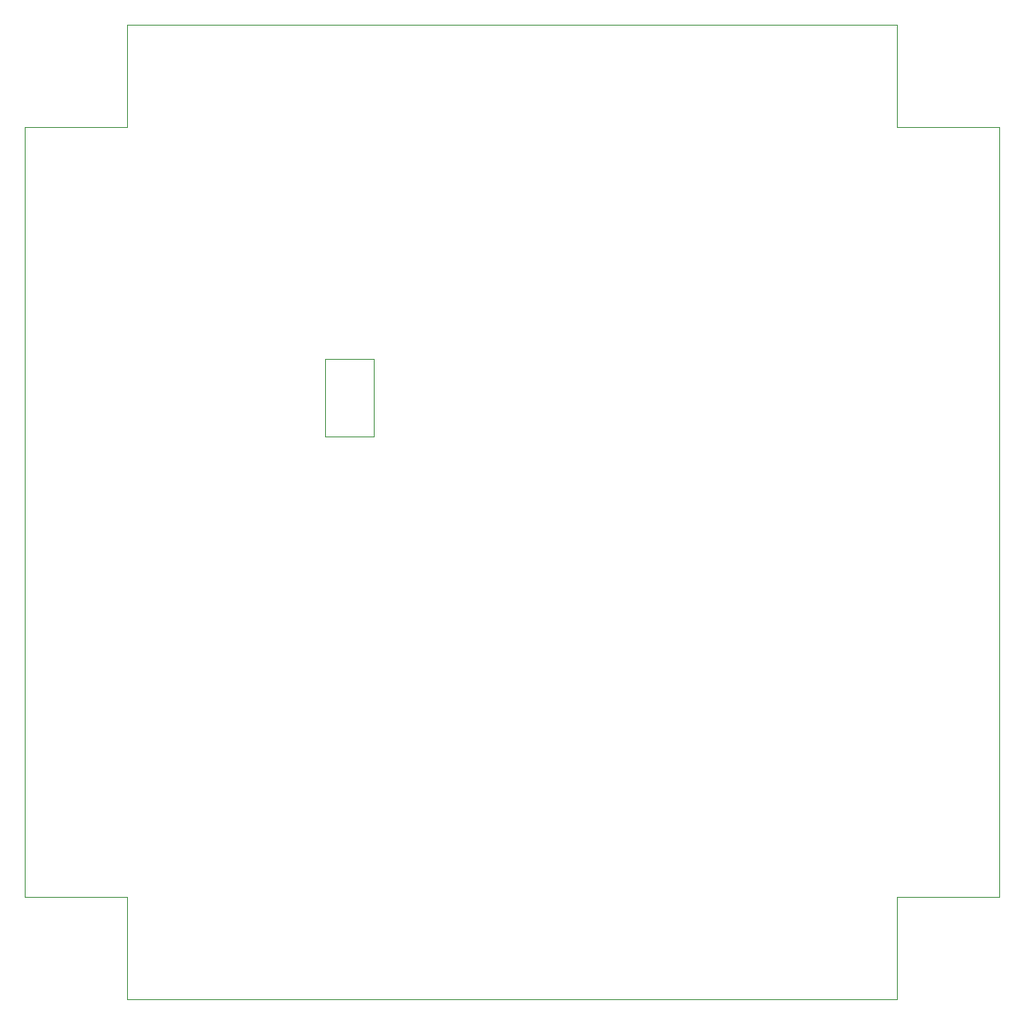
<source format=gbr>
%TF.GenerationSoftware,KiCad,Pcbnew,(5.1.10)-1*%
%TF.CreationDate,2022-05-09T17:44:24-07:00*%
%TF.ProjectId,solar-panel-side-Z,736f6c61-722d-4706-916e-656c2d736964,1.0*%
%TF.SameCoordinates,Original*%
%TF.FileFunction,Profile,NP*%
%FSLAX46Y46*%
G04 Gerber Fmt 4.6, Leading zero omitted, Abs format (unit mm)*
G04 Created by KiCad (PCBNEW (5.1.10)-1) date 2022-05-09 17:44:24*
%MOMM*%
%LPD*%
G01*
G04 APERTURE LIST*
%TA.AperFunction,Profile*%
%ADD10C,0.050000*%
%TD*%
G04 APERTURE END LIST*
D10*
X135350000Y-69250000D02*
X135350000Y-77250000D01*
X130350000Y-77250000D02*
X130350000Y-69250000D01*
X130350000Y-77250000D02*
X135350000Y-77250000D01*
X130350000Y-69250000D02*
X135350000Y-69250000D01*
X99500000Y-45500000D02*
X110000000Y-45500000D01*
X99500000Y-124500000D02*
X99500000Y-45500000D01*
X110000000Y-124500000D02*
X99500000Y-124500000D01*
X110000000Y-135000000D02*
X110000000Y-124500000D01*
X189000000Y-135000000D02*
X110000000Y-135000000D01*
X189000000Y-124500000D02*
X189000000Y-135000000D01*
X199500000Y-124500000D02*
X189000000Y-124500000D01*
X199500000Y-45500000D02*
X199500000Y-124500000D01*
X189000000Y-45500000D02*
X199500000Y-45500000D01*
X189000000Y-35000000D02*
X189000000Y-45500000D01*
X110000000Y-35000000D02*
X189000000Y-35000000D01*
X110000000Y-45500000D02*
X110000000Y-35000000D01*
M02*

</source>
